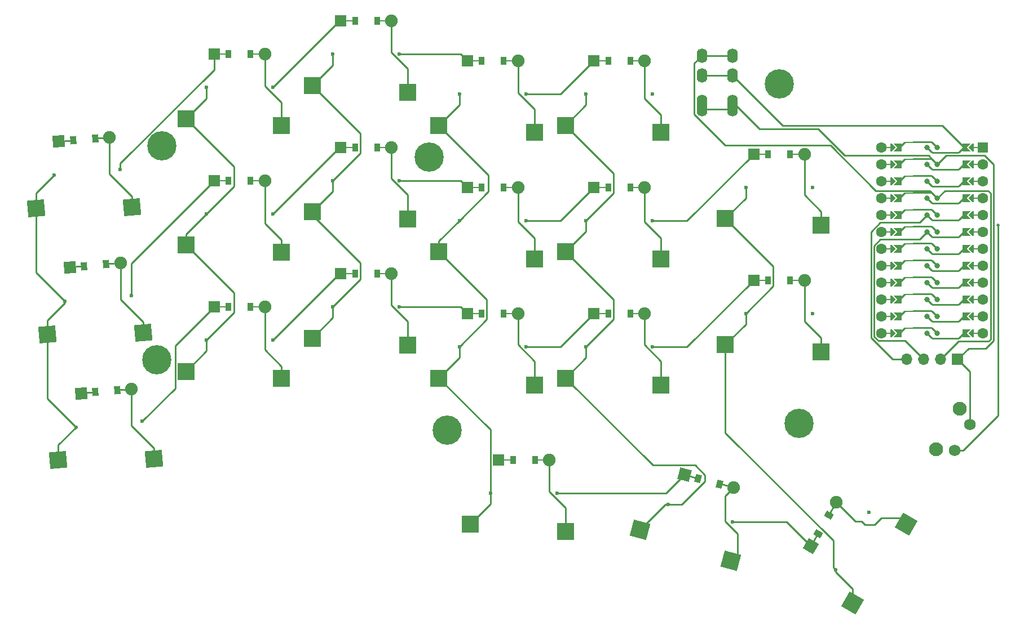
<source format=gbr>
%TF.GenerationSoftware,KiCad,Pcbnew,8.0.0*%
%TF.CreationDate,2024-03-23T03:27:30+01:00*%
%TF.ProjectId,cornish-v1.2,636f726e-6973-4682-9d76-312e322e6b69,v1.0.0*%
%TF.SameCoordinates,Original*%
%TF.FileFunction,Copper,L2,Bot*%
%TF.FilePolarity,Positive*%
%FSLAX46Y46*%
G04 Gerber Fmt 4.6, Leading zero omitted, Abs format (unit mm)*
G04 Created by KiCad (PCBNEW 8.0.0) date 2024-03-23 03:27:30*
%MOMM*%
%LPD*%
G01*
G04 APERTURE LIST*
G04 Aperture macros list*
%AMRotRect*
0 Rectangle, with rotation*
0 The origin of the aperture is its center*
0 $1 length*
0 $2 width*
0 $3 Rotation angle, in degrees counterclockwise*
0 Add horizontal line*
21,1,$1,$2,0,0,$3*%
%AMFreePoly0*
4,1,37,1.124386,0.122598,1.169446,0.103934,1.203934,0.069446,1.222598,0.024386,1.222598,-0.024386,1.203934,-0.069446,1.169446,-0.103934,1.124386,-0.122598,0.000000,-0.125000,-0.024386,-0.122598,-0.052633,-0.110896,-0.062500,-0.108253,-0.064962,-0.105790,-0.069446,-0.103934,-0.103934,-0.069446,-0.105790,-0.064962,-0.108253,-0.062500,-0.110896,-0.052633,-0.122598,-0.024386,-0.122598,-0.008964,
-0.125000,0.000000,-0.122598,0.008964,-0.122598,0.024386,-0.110896,0.052633,-0.108253,0.062500,-0.105790,0.064962,-0.103934,0.069446,-0.069446,0.103934,-0.064962,0.105790,-0.062500,0.108253,-0.052633,0.110896,-0.024386,0.122598,-0.008841,0.122630,0.000000,0.125000,0.008703,0.122668,1.100000,0.125000,1.124386,0.122598,1.124386,0.122598,$1*%
%AMFreePoly1*
4,1,5,0.125000,-0.500000,-0.125000,-0.500000,-0.125000,0.500000,0.125000,0.500000,0.125000,-0.500000,0.125000,-0.500000,$1*%
%AMFreePoly2*
4,1,6,0.600000,0.200000,0.000000,-0.400000,-0.600000,0.200000,-0.600000,0.400000,0.600000,0.400000,0.600000,0.200000,0.600000,0.200000,$1*%
%AMFreePoly3*
4,1,6,0.600000,-0.250000,-0.600000,-0.250000,-0.600000,1.000000,0.000000,0.400000,0.600000,1.000000,0.600000,-0.250000,0.600000,-0.250000,$1*%
%AMFreePoly4*
4,1,45,0.008964,0.122598,0.024387,0.122598,0.052641,0.110894,0.062500,0.108253,0.064961,0.105791,0.069447,0.103934,0.103934,0.069447,0.105791,0.064961,0.108253,0.062500,0.110894,0.052643,0.122598,0.024387,0.122598,0.008964,0.125000,0.000000,0.122598,-0.008964,0.122598,-0.024386,0.110896,-0.052633,0.108253,-0.062500,0.105790,-0.064962,0.103934,-0.069446,-0.643355,-0.819983,
-0.641028,-4.773351,0.088389,-5.499612,0.103934,-5.518554,0.122598,-5.563614,0.122598,-5.612387,0.103934,-5.657447,0.069447,-5.691934,0.024387,-5.710598,-0.024386,-5.710598,-0.069446,-5.691934,-0.854388,-4.910388,-0.869934,-4.891446,-0.888598,-4.846386,-0.891000,-0.766000,-0.888598,-0.741614,-0.869934,-0.696554,-0.088388,0.088389,-0.069446,0.103934,-0.064962,0.105790,-0.062500,0.108253,
-0.052633,0.110896,-0.024386,0.122598,-0.008964,0.122598,0.000000,0.125000,0.008964,0.122598,0.008964,0.122598,$1*%
G04 Aperture macros list end*
%TA.AperFunction,ComponentPad*%
%ADD10R,1.778000X1.778000*%
%TD*%
%TA.AperFunction,SMDPad,CuDef*%
%ADD11FreePoly0,0.000000*%
%TD*%
%TA.AperFunction,SMDPad,CuDef*%
%ADD12R,0.900000X1.200000*%
%TD*%
%TA.AperFunction,ComponentPad*%
%ADD13C,1.905000*%
%TD*%
%TA.AperFunction,ComponentPad*%
%ADD14C,0.600000*%
%TD*%
%TA.AperFunction,SMDPad,CuDef*%
%ADD15R,2.550000X2.500000*%
%TD*%
%TA.AperFunction,ComponentPad*%
%ADD16RotRect,1.778000X1.778000X345.000000*%
%TD*%
%TA.AperFunction,SMDPad,CuDef*%
%ADD17FreePoly0,345.000000*%
%TD*%
%TA.AperFunction,SMDPad,CuDef*%
%ADD18RotRect,0.900000X1.200000X345.000000*%
%TD*%
%TA.AperFunction,ComponentPad*%
%ADD19O,1.600000X2.200000*%
%TD*%
%TA.AperFunction,SMDPad,CuDef*%
%ADD20RotRect,2.550000X2.500000X5.000000*%
%TD*%
%TA.AperFunction,SMDPad,CuDef*%
%ADD21RotRect,2.550000X2.500000X345.000000*%
%TD*%
%TA.AperFunction,ComponentPad*%
%ADD22C,1.600000*%
%TD*%
%TA.AperFunction,ComponentPad*%
%ADD23R,1.600000X1.600000*%
%TD*%
%TA.AperFunction,SMDPad,CuDef*%
%ADD24FreePoly1,270.000000*%
%TD*%
%TA.AperFunction,SMDPad,CuDef*%
%ADD25FreePoly2,270.000000*%
%TD*%
%TA.AperFunction,SMDPad,CuDef*%
%ADD26FreePoly2,90.000000*%
%TD*%
%TA.AperFunction,SMDPad,CuDef*%
%ADD27FreePoly1,90.000000*%
%TD*%
%TA.AperFunction,SMDPad,CuDef*%
%ADD28FreePoly3,90.000000*%
%TD*%
%TA.AperFunction,SMDPad,CuDef*%
%ADD29FreePoly4,270.000000*%
%TD*%
%TA.AperFunction,ComponentPad*%
%ADD30C,0.800000*%
%TD*%
%TA.AperFunction,SMDPad,CuDef*%
%ADD31FreePoly4,90.000000*%
%TD*%
%TA.AperFunction,SMDPad,CuDef*%
%ADD32FreePoly3,270.000000*%
%TD*%
%TA.AperFunction,ComponentPad*%
%ADD33RotRect,1.778000X1.778000X5.000000*%
%TD*%
%TA.AperFunction,SMDPad,CuDef*%
%ADD34FreePoly0,5.000000*%
%TD*%
%TA.AperFunction,SMDPad,CuDef*%
%ADD35RotRect,0.900000X1.200000X5.000000*%
%TD*%
%TA.AperFunction,ComponentPad*%
%ADD36C,0.700000*%
%TD*%
%TA.AperFunction,ComponentPad*%
%ADD37C,4.400000*%
%TD*%
%TA.AperFunction,ComponentPad*%
%ADD38RotRect,1.778000X1.778000X60.000000*%
%TD*%
%TA.AperFunction,SMDPad,CuDef*%
%ADD39FreePoly0,60.000000*%
%TD*%
%TA.AperFunction,SMDPad,CuDef*%
%ADD40RotRect,0.900000X1.200000X60.000000*%
%TD*%
%TA.AperFunction,ComponentPad*%
%ADD41C,2.100000*%
%TD*%
%TA.AperFunction,ComponentPad*%
%ADD42C,1.750000*%
%TD*%
%TA.AperFunction,SMDPad,CuDef*%
%ADD43RotRect,2.550000X2.500000X60.000000*%
%TD*%
%TA.AperFunction,ComponentPad*%
%ADD44R,1.700000X1.700000*%
%TD*%
%TA.AperFunction,ComponentPad*%
%ADD45O,1.700000X1.700000*%
%TD*%
%TA.AperFunction,ViaPad*%
%ADD46C,0.500000*%
%TD*%
%TA.AperFunction,Conductor*%
%ADD47C,0.250000*%
%TD*%
G04 APERTURE END LIST*
D10*
%TO.P,D12,1*%
%TO.N,P21*%
X198806126Y-101251688D03*
D11*
X199616126Y-101251688D03*
D12*
X200966126Y-101251688D03*
%TO.P,D12,2*%
%TO.N,index_top*%
X204266126Y-101251688D03*
D11*
X204516126Y-101251688D03*
D13*
X206426126Y-101251688D03*
%TD*%
D14*
%TO.P,REF\u002A\u002A,1*%
%TO.N,P15*%
X216616126Y-106251688D03*
%TD*%
D15*
%TO.P,S5,1*%
%TO.N,P10*%
X156546127Y-128951688D03*
%TO.P,S5,2*%
%TO.N,ring_home*%
X170886127Y-130001688D03*
%TD*%
D10*
%TO.P,D20,1*%
%TO.N,P20*%
X241806127Y-115251688D03*
D11*
X242616127Y-115251688D03*
D12*
X243966127Y-115251688D03*
%TO.P,D20,2*%
%TO.N,media_two*%
X247266127Y-115251688D03*
D11*
X247516127Y-115251688D03*
D13*
X249426127Y-115251688D03*
%TD*%
D14*
%TO.P,REF\u002A\u002A,1*%
%TO.N,P20*%
X226616126Y-125251688D03*
%TD*%
D10*
%TO.P,D13,1*%
%TO.N,P19*%
X217806126Y-139251688D03*
D11*
X218616126Y-139251688D03*
D12*
X219966126Y-139251688D03*
%TO.P,D13,2*%
%TO.N,index2_bottom*%
X223266126Y-139251688D03*
D11*
X223516126Y-139251688D03*
D13*
X225426126Y-139251688D03*
%TD*%
D14*
%TO.P,REF\u002A\u002A,1*%
%TO.N,P20*%
X207616126Y-125251688D03*
%TD*%
D15*
%TO.P,S20,1*%
%TO.N,P18*%
X237546126Y-124951688D03*
%TO.P,S20,2*%
%TO.N,media_two*%
X251886126Y-126001688D03*
%TD*%
D10*
%TO.P,D9,1*%
%TO.N,P21*%
X179806126Y-95251688D03*
D11*
X180616126Y-95251688D03*
D12*
X181966126Y-95251688D03*
%TO.P,D9,2*%
%TO.N,middle_top*%
X185266126Y-95251688D03*
D11*
X185516126Y-95251688D03*
D13*
X187426126Y-95251688D03*
%TD*%
D14*
%TO.P,REF\u002A\u002A,1*%
%TO.N,P20*%
X250616126Y-120251688D03*
%TD*%
D10*
%TO.P,D6,1*%
%TO.N,P21*%
X160806126Y-100251688D03*
D11*
X161616126Y-100251688D03*
D12*
X162966126Y-100251688D03*
%TO.P,D6,2*%
%TO.N,ring_top*%
X166266126Y-100251688D03*
D11*
X166516126Y-100251688D03*
D13*
X168426126Y-100251688D03*
%TD*%
D10*
%TO.P,D7,1*%
%TO.N,P19*%
X179806126Y-133251688D03*
D11*
X180616126Y-133251688D03*
D12*
X181966126Y-133251688D03*
%TO.P,D7,2*%
%TO.N,middle_bottom*%
X185266126Y-133251688D03*
D11*
X185516126Y-133251688D03*
D13*
X187426126Y-133251688D03*
%TD*%
D14*
%TO.P,REF\u002A\u002A,1*%
%TO.N,P16*%
X178616127Y-138251688D03*
%TD*%
D16*
%TO.P,D17,1*%
%TO.N,P4*%
X231398632Y-163472435D03*
D17*
X232181032Y-163682080D03*
D18*
X233485030Y-164031485D03*
%TO.P,D17,2*%
%TO.N,layer_cluster*%
X236672588Y-164885589D03*
D17*
X236914067Y-164950293D03*
D13*
X238758986Y-165444639D03*
%TD*%
D14*
%TO.P,REF\u002A\u002A,1*%
%TO.N,P19*%
X188616126Y-138251688D03*
%TD*%
%TO.P,REF\u002A\u002A,1*%
%TO.N,P9*%
X138395740Y-137396495D03*
%TD*%
%TO.P,REF\u002A\u002A,1*%
%TO.N,P18*%
X254128009Y-177785275D03*
%TD*%
D19*
%TO.P,TRRS1,1*%
%TO.N,GND*%
X234016126Y-108551688D03*
X238616126Y-108551688D03*
%TO.P,TRRS1,2*%
X234016126Y-107451688D03*
X238616126Y-107451687D03*
%TO.P,TRRS1,3*%
%TO.N,P1*%
X234016126Y-103451688D03*
X238616126Y-103451688D03*
%TO.P,TRRS1,4*%
%TO.N,VCC*%
X234016126Y-100451688D03*
X238616126Y-100451688D03*
%TD*%
D10*
%TO.P,D4,1*%
%TO.N,P19*%
X160806126Y-138251688D03*
D11*
X161616126Y-138251688D03*
D12*
X162966126Y-138251688D03*
%TO.P,D4,2*%
%TO.N,ring_bottom*%
X166266126Y-138251688D03*
D11*
X166516126Y-138251688D03*
D13*
X168426126Y-138251688D03*
%TD*%
D14*
%TO.P,REF\u002A\u002A,1*%
%TO.N,P21*%
X188616126Y-100251688D03*
%TD*%
D20*
%TO.P,S1,1*%
%TO.N,P9*%
X137403014Y-161273877D03*
%TO.P,S1,2*%
%TO.N,pinky_bottom*%
X151779959Y-161070068D03*
%TD*%
D10*
%TO.P,D5,1*%
%TO.N,P20*%
X160806126Y-119251688D03*
D11*
X161616126Y-119251688D03*
D12*
X162966126Y-119251688D03*
%TO.P,D5,2*%
%TO.N,ring_home*%
X166266126Y-119251688D03*
D11*
X166516126Y-119251688D03*
D13*
X168426126Y-119251688D03*
%TD*%
D21*
%TO.P,S17,1*%
%TO.N,P15*%
X224773244Y-171739348D03*
%TO.P,S17,2*%
%TO.N,layer_cluster*%
X238352860Y-176465035D03*
%TD*%
D10*
%TO.P,D15,1*%
%TO.N,P21*%
X217806126Y-101251688D03*
D11*
X218616126Y-101251688D03*
D12*
X219966126Y-101251688D03*
%TO.P,D15,2*%
%TO.N,index2_top*%
X223266126Y-101251688D03*
D11*
X223516126Y-101251688D03*
D13*
X225426126Y-101251688D03*
%TD*%
D10*
%TO.P,D16,1*%
%TO.N,P4*%
X203506126Y-161251688D03*
D11*
X204316126Y-161251688D03*
D12*
X205666126Y-161251688D03*
%TO.P,D16,2*%
%TO.N,mod_cluster*%
X208966126Y-161251688D03*
D11*
X209216126Y-161251688D03*
D13*
X211126126Y-161251688D03*
%TD*%
D14*
%TO.P,REF\u002A\u002A,1*%
%TO.N,P4*%
X238614343Y-170582261D03*
%TD*%
D22*
%TO.P,_41,*%
%TO.N,*%
X276236125Y-114281688D03*
D23*
X276236125Y-114281688D03*
D24*
X274966126Y-114281688D03*
D25*
X274458126Y-114281688D03*
D26*
X262774126Y-114281688D03*
D27*
X262266126Y-114281688D03*
D22*
X260996126Y-114281688D03*
X276236126Y-116821688D03*
D24*
X274966126Y-116821688D03*
D25*
X274458126Y-116821688D03*
D26*
X262774126Y-116821688D03*
D27*
X262266126Y-116821688D03*
D22*
X260996126Y-116821688D03*
X276236126Y-119361688D03*
D24*
X274966126Y-119361688D03*
D25*
X274458126Y-119361688D03*
D26*
X262774126Y-119361688D03*
D27*
X262266126Y-119361688D03*
D22*
X260996126Y-119361688D03*
X260996126Y-121901687D03*
X276236126Y-121901688D03*
D25*
X274458126Y-121901688D03*
D26*
X262774126Y-121901688D03*
D27*
X262266127Y-121901688D03*
D24*
X274966126Y-121901689D03*
D22*
X276236126Y-124441688D03*
D24*
X274966126Y-124441688D03*
D25*
X274458126Y-124441688D03*
D26*
X262774125Y-124441688D03*
D27*
X262266126Y-124441688D03*
D22*
X260996126Y-124441688D03*
X276236126Y-126981688D03*
D24*
X274966126Y-126981688D03*
D25*
X274458126Y-126981688D03*
D26*
X262774126Y-126981688D03*
D27*
X262266126Y-126981688D03*
D22*
X260996126Y-126981688D03*
X276236126Y-129521688D03*
D24*
X274966126Y-129521688D03*
D25*
X274458126Y-129521688D03*
D26*
X262774126Y-129521688D03*
D27*
X262266126Y-129521688D03*
D22*
X260996126Y-129521688D03*
X276236126Y-132061688D03*
D24*
X274966126Y-132061688D03*
D25*
X274458127Y-132061688D03*
D26*
X262774126Y-132061688D03*
D27*
X262266126Y-132061688D03*
D22*
X260996126Y-132061688D03*
D27*
X262266126Y-134601687D03*
D24*
X274966125Y-134601688D03*
D25*
X274458126Y-134601688D03*
D26*
X262774126Y-134601688D03*
D22*
X260996126Y-134601688D03*
X276236126Y-134601689D03*
X276236126Y-137141688D03*
D24*
X274966126Y-137141688D03*
D25*
X274458126Y-137141688D03*
D26*
X262774126Y-137141688D03*
D27*
X262266126Y-137141688D03*
D22*
X260996126Y-137141688D03*
X276236126Y-139681688D03*
D24*
X274966126Y-139681688D03*
D25*
X274458126Y-139681688D03*
D26*
X262774126Y-139681688D03*
D27*
X262266126Y-139681688D03*
D22*
X260996126Y-139681688D03*
X276236126Y-142221688D03*
D24*
X274966126Y-142221688D03*
D25*
X274458126Y-142221688D03*
D26*
X262774126Y-142221688D03*
D27*
X262266126Y-142221688D03*
D22*
X260996127Y-142221688D03*
D28*
%TO.P,_41,1*%
%TO.N,RAW*%
X263790126Y-114281687D03*
D29*
X269378126Y-114281688D03*
D30*
X269378126Y-114281688D03*
D29*
%TO.P,_41,2*%
%TO.N,GND*%
X269378126Y-116821688D03*
D30*
X269378126Y-116821688D03*
D28*
X263790126Y-116821688D03*
D29*
%TO.P,_41,3*%
%TO.N,RST*%
X269378126Y-119361688D03*
D30*
X269378126Y-119361688D03*
D28*
X263790126Y-119361688D03*
%TO.P,_41,4*%
%TO.N,VCC*%
X263790126Y-121901688D03*
D29*
X269378126Y-121901689D03*
D30*
X269378126Y-121901689D03*
D29*
%TO.P,_41,5*%
%TO.N,P21*%
X269378126Y-124441688D03*
D30*
X269378126Y-124441688D03*
D28*
X263790126Y-124441688D03*
D29*
%TO.P,_41,6*%
%TO.N,P20*%
X269378126Y-126981688D03*
D30*
X269378126Y-126981688D03*
D28*
X263790126Y-126981688D03*
D29*
%TO.P,_41,7*%
%TO.N,P19*%
X269378126Y-129521688D03*
D30*
X269378126Y-129521688D03*
D28*
X263790126Y-129521688D03*
D29*
%TO.P,_41,8*%
%TO.N,P18*%
X269378126Y-132061688D03*
D30*
X269378126Y-132061688D03*
D28*
X263790126Y-132061688D03*
D29*
%TO.P,_41,9*%
%TO.N,P15*%
X269378127Y-134601688D03*
D30*
X269378127Y-134601688D03*
D28*
X263790126Y-134601688D03*
D29*
%TO.P,_41,10*%
%TO.N,P14*%
X269378126Y-137141688D03*
D30*
X269378126Y-137141688D03*
D28*
X263790126Y-137141688D03*
D29*
%TO.P,_41,11*%
%TO.N,P16*%
X269378126Y-139681688D03*
D30*
X269378126Y-139681688D03*
D28*
X263790126Y-139681688D03*
D29*
%TO.P,_41,12*%
%TO.N,P10*%
X269378126Y-142221688D03*
D30*
X269378126Y-142221688D03*
D28*
X263790126Y-142221688D03*
D31*
%TO.P,_41,13*%
%TO.N,P9*%
X267854126Y-142221688D03*
D30*
X267854126Y-142221688D03*
D32*
X273442126Y-142221689D03*
%TO.P,_41,14*%
%TO.N,P8*%
X273442126Y-139681688D03*
D31*
X267854126Y-139681688D03*
D30*
X267854126Y-139681688D03*
D32*
%TO.P,_41,15*%
%TO.N,P7*%
X273442126Y-137141688D03*
D31*
X267854126Y-137141688D03*
D30*
X267854126Y-137141688D03*
D31*
%TO.P,_41,16*%
%TO.N,P6*%
X267854126Y-134601687D03*
D30*
X267854126Y-134601687D03*
D32*
X273442126Y-134601688D03*
%TO.P,_41,17*%
%TO.N,P5*%
X273442126Y-132061688D03*
D31*
X267854126Y-132061688D03*
D30*
X267854126Y-132061688D03*
D32*
%TO.P,_41,18*%
%TO.N,P4*%
X273442126Y-129521688D03*
D31*
X267854126Y-129521688D03*
D30*
X267854126Y-129521688D03*
D32*
%TO.P,_41,19*%
%TO.N,P3*%
X273442126Y-126981688D03*
D31*
X267854126Y-126981688D03*
D30*
X267854126Y-126981688D03*
D32*
%TO.P,_41,20*%
%TO.N,P2*%
X273442126Y-124441688D03*
D31*
X267854126Y-124441688D03*
D30*
X267854126Y-124441688D03*
D32*
%TO.P,_41,21*%
%TO.N,GND*%
X273442126Y-121901688D03*
D31*
X267854125Y-121901688D03*
D30*
X267854125Y-121901688D03*
D32*
%TO.P,_41,22*%
X273442126Y-119361688D03*
D31*
X267854126Y-119361688D03*
D30*
X267854126Y-119361688D03*
D32*
%TO.P,_41,23*%
%TO.N,P0*%
X273442126Y-116821688D03*
D31*
X267854126Y-116821688D03*
D30*
X267854126Y-116821688D03*
D32*
%TO.P,_41,24*%
%TO.N,P1*%
X273442126Y-114281688D03*
D31*
X267854126Y-114281688D03*
D30*
X267854126Y-114281688D03*
%TD*%
D14*
%TO.P,REF\u002A\u002A,1*%
%TO.N,P10*%
X159616127Y-105251688D03*
%TD*%
D33*
%TO.P,D1,1*%
%TO.N,P19*%
X140801392Y-151239505D03*
D34*
X141608310Y-151168910D03*
D35*
X142953173Y-151051249D03*
%TO.P,D1,2*%
%TO.N,pinky_bottom*%
X146240615Y-150763635D03*
D34*
X146489664Y-150741846D03*
D13*
X148392396Y-150575379D03*
%TD*%
D14*
%TO.P,REF\u002A\u002A,1*%
%TO.N,P4*%
X212316126Y-166251688D03*
%TD*%
%TO.P,REF\u002A\u002A,1*%
%TO.N,P19*%
X150013647Y-155452636D03*
%TD*%
%TO.P,REF\u002A\u002A,1*%
%TO.N,P19*%
X169616126Y-143251688D03*
%TD*%
%TO.P,REF\u002A\u002A,1*%
%TO.N,P14*%
X202316126Y-166251688D03*
%TD*%
D10*
%TO.P,D10,1*%
%TO.N,P19*%
X198806126Y-139251688D03*
D11*
X199616126Y-139251688D03*
D12*
X200966126Y-139251688D03*
%TO.P,D10,2*%
%TO.N,index_bottom*%
X204266126Y-139251688D03*
D11*
X204516126Y-139251688D03*
D13*
X206426126Y-139251688D03*
%TD*%
D14*
%TO.P,REF\u002A\u002A,1*%
%TO.N,P14*%
X197616126Y-125251688D03*
%TD*%
%TO.P,REF\u002A\u002A,1*%
%TO.N,P21*%
X169616126Y-105251688D03*
%TD*%
%TO.P,REF\u002A\u002A,1*%
%TO.N,P15*%
X216616126Y-125251688D03*
%TD*%
D15*
%TO.P,S4,1*%
%TO.N,P10*%
X156546127Y-147951688D03*
%TO.P,S4,2*%
%TO.N,ring_bottom*%
X170886127Y-149001688D03*
%TD*%
D14*
%TO.P,REF\u002A\u002A,1*%
%TO.N,P10*%
X159616127Y-124251688D03*
%TD*%
%TO.P,REF\u002A\u002A,1*%
%TO.N,P18*%
X240616126Y-120251688D03*
%TD*%
D15*
%TO.P,S8,1*%
%TO.N,P16*%
X175546127Y-123951688D03*
%TO.P,S8,2*%
%TO.N,middle_home*%
X189886127Y-125001688D03*
%TD*%
D14*
%TO.P,REF\u002A\u002A,1*%
%TO.N,P9*%
X140051700Y-156324194D03*
%TD*%
%TO.P,REF\u002A\u002A,1*%
%TO.N,P19*%
X226616126Y-144251688D03*
%TD*%
D15*
%TO.P,S12,1*%
%TO.N,P14*%
X194546126Y-110951688D03*
%TO.P,S12,2*%
%TO.N,index_top*%
X208886126Y-112001688D03*
%TD*%
D36*
%TO.P,_46,*%
%TO.N,*%
X194166126Y-156751688D03*
X194649400Y-155584962D03*
X194649400Y-157918414D03*
X195816126Y-155101688D03*
D37*
X195816126Y-156751688D03*
D36*
X195816126Y-158401688D03*
X196982852Y-155584962D03*
X196982852Y-157918414D03*
X197466126Y-156751688D03*
%TD*%
%TO.P,_44,*%
%TO.N,*%
X150574108Y-146369224D03*
X151157229Y-147489390D03*
X150953856Y-145164817D03*
X152074022Y-144581696D03*
D37*
X152217829Y-146225417D03*
D36*
X152361636Y-147869138D03*
X153481802Y-147286017D03*
X153278429Y-144961444D03*
X153861550Y-146081610D03*
%TD*%
D10*
%TO.P,D11,1*%
%TO.N,P20*%
X198806126Y-120251688D03*
D11*
X199616126Y-120251688D03*
D12*
X200966126Y-120251688D03*
%TO.P,D11,2*%
%TO.N,index_home*%
X204266126Y-120251688D03*
D11*
X204516126Y-120251688D03*
D13*
X206426126Y-120251688D03*
%TD*%
D15*
%TO.P,S15,1*%
%TO.N,P15*%
X213546126Y-110951688D03*
%TO.P,S15,2*%
%TO.N,index2_top*%
X227886126Y-112001688D03*
%TD*%
D14*
%TO.P,REF\u002A\u002A,1*%
%TO.N,P19*%
X207616126Y-144251688D03*
%TD*%
D10*
%TO.P,D19,1*%
%TO.N,P19*%
X241806127Y-134251688D03*
D11*
X242616127Y-134251688D03*
D12*
X243966127Y-134251688D03*
%TO.P,D19,2*%
%TO.N,media_one*%
X247266127Y-134251688D03*
D11*
X247516127Y-134251688D03*
D13*
X249426127Y-134251688D03*
%TD*%
D15*
%TO.P,S13,1*%
%TO.N,P15*%
X213546126Y-148951688D03*
%TO.P,S13,2*%
%TO.N,index2_bottom*%
X227886126Y-150001688D03*
%TD*%
%TO.P,S19,1*%
%TO.N,P18*%
X237546126Y-143951688D03*
%TO.P,S19,2*%
%TO.N,media_one*%
X251886126Y-145001688D03*
%TD*%
D38*
%TO.P,D18,1*%
%TO.N,P4*%
X250392882Y-174254705D03*
D39*
X250797882Y-173553225D03*
D40*
X251472882Y-172384091D03*
%TO.P,D18,2*%
%TO.N,space_cluster*%
X253122882Y-169526207D03*
D39*
X253247882Y-169309701D03*
D13*
X254202882Y-167655593D03*
%TD*%
D36*
%TO.P,_47,*%
%TO.N,*%
X243966126Y-104751688D03*
X244449400Y-103584962D03*
X244449400Y-105918414D03*
X245616126Y-103101688D03*
D37*
X245616126Y-104751688D03*
D36*
X245616126Y-106401688D03*
X246782852Y-103584962D03*
X246782852Y-105918414D03*
X247266126Y-104751688D03*
%TD*%
D14*
%TO.P,REF\u002A\u002A,1*%
%TO.N,P21*%
X146701728Y-117597238D03*
%TD*%
D15*
%TO.P,S6,1*%
%TO.N,P10*%
X156546126Y-109951688D03*
%TO.P,S6,2*%
%TO.N,ring_top*%
X170886126Y-111001688D03*
%TD*%
%TO.P,S7,1*%
%TO.N,P16*%
X175546127Y-142951688D03*
%TO.P,S7,2*%
%TO.N,middle_bottom*%
X189886127Y-144001688D03*
%TD*%
%TO.P,S9,1*%
%TO.N,P16*%
X175546127Y-104951688D03*
%TO.P,S9,2*%
%TO.N,middle_top*%
X189886127Y-106001688D03*
%TD*%
D14*
%TO.P,REF\u002A\u002A,1*%
%TO.N,P20*%
X188616126Y-119251688D03*
%TD*%
%TO.P,REF\u002A\u002A,1*%
%TO.N,P19*%
X250616126Y-139251688D03*
%TD*%
%TO.P,REF\u002A\u002A,1*%
%TO.N,P4*%
X259128009Y-169125021D03*
%TD*%
%TO.P,REF\u002A\u002A,1*%
%TO.N,P15*%
X216616126Y-144251688D03*
%TD*%
D33*
%TO.P,D2,1*%
%TO.N,P20*%
X139145433Y-132311805D03*
D34*
X139952351Y-132241210D03*
D35*
X141297214Y-132123549D03*
%TO.P,D2,2*%
%TO.N,pinky_home*%
X144584656Y-131835935D03*
D34*
X144833705Y-131814146D03*
D13*
X146736437Y-131647679D03*
%TD*%
D10*
%TO.P,D14,1*%
%TO.N,P20*%
X217806126Y-120251688D03*
D11*
X218616126Y-120251688D03*
D12*
X219966126Y-120251688D03*
%TO.P,D14,2*%
%TO.N,index2_home*%
X223266126Y-120251688D03*
D11*
X223516126Y-120251688D03*
D13*
X225426126Y-120251688D03*
%TD*%
D14*
%TO.P,REF\u002A\u002A,1*%
%TO.N,P9*%
X136739781Y-118468796D03*
%TD*%
%TO.P,REF\u002A\u002A,1*%
%TO.N,P14*%
X197616126Y-144251688D03*
%TD*%
%TO.P,REF\u002A\u002A,1*%
%TO.N,P18*%
X240616126Y-139251688D03*
%TD*%
%TO.P,REF\u002A\u002A,1*%
%TO.N,P21*%
X226616126Y-106251688D03*
%TD*%
%TO.P,REF\u002A\u002A,1*%
%TO.N,P14*%
X197616126Y-106251688D03*
%TD*%
%TO.P,REF\u002A\u002A,1*%
%TO.N,P16*%
X178616127Y-119251688D03*
%TD*%
D36*
%TO.P,_48,*%
%TO.N,*%
X246966126Y-155751688D03*
X247449400Y-154584962D03*
X247449400Y-156918414D03*
X248616126Y-154101688D03*
D37*
X248616126Y-155751688D03*
D36*
X248616126Y-157401688D03*
X249782852Y-154584962D03*
X249782852Y-156918414D03*
X250266126Y-155751688D03*
%TD*%
D15*
%TO.P,S10,1*%
%TO.N,P14*%
X194546126Y-148951688D03*
%TO.P,S10,2*%
%TO.N,index_bottom*%
X208886126Y-150001688D03*
%TD*%
%TO.P,S16,1*%
%TO.N,P14*%
X199246126Y-170951688D03*
%TO.P,S16,2*%
%TO.N,mod_cluster*%
X213586126Y-172001688D03*
%TD*%
D41*
%TO.P,_42,*%
%TO.N,*%
X272725772Y-153593009D03*
X269220772Y-159663846D03*
D42*
%TO.P,_42,1*%
%TO.N,GND*%
X274257174Y-155920539D03*
%TO.P,_42,2*%
%TO.N,RST*%
X272007175Y-159817653D03*
%TD*%
D20*
%TO.P,S3,1*%
%TO.N,P9*%
X134091096Y-123418479D03*
%TO.P,S3,2*%
%TO.N,pinky_top*%
X148468041Y-123214670D03*
%TD*%
D14*
%TO.P,REF\u002A\u002A,1*%
%TO.N,P20*%
X148357688Y-136524937D03*
%TD*%
%TO.P,REF\u002A\u002A,1*%
%TO.N,P20*%
X169616126Y-124251688D03*
%TD*%
D20*
%TO.P,S2,1*%
%TO.N,P9*%
X135747055Y-142346179D03*
%TO.P,S2,2*%
%TO.N,pinky_home*%
X150124000Y-142142370D03*
%TD*%
D10*
%TO.P,D8,1*%
%TO.N,P20*%
X179806126Y-114251688D03*
D11*
X180616126Y-114251688D03*
D12*
X181966126Y-114251688D03*
%TO.P,D8,2*%
%TO.N,middle_home*%
X185266126Y-114251688D03*
D11*
X185516126Y-114251688D03*
D13*
X187426126Y-114251688D03*
%TD*%
D14*
%TO.P,REF\u002A\u002A,1*%
%TO.N,P10*%
X159616126Y-143251687D03*
%TD*%
D43*
%TO.P,S18,1*%
%TO.N,P18*%
X256663328Y-182793973D03*
%TO.P,S18,2*%
%TO.N,space_cluster*%
X264742655Y-170900169D03*
%TD*%
D33*
%TO.P,D3,1*%
%TO.N,P21*%
X137489474Y-113384107D03*
D34*
X138296392Y-113313512D03*
D35*
X139641255Y-113195851D03*
%TO.P,D3,2*%
%TO.N,pinky_top*%
X142928697Y-112908237D03*
D34*
X143177746Y-112886448D03*
D13*
X145080478Y-112719981D03*
%TD*%
D36*
%TO.P,_45,*%
%TO.N,*%
X191466127Y-115751688D03*
X191949401Y-114584962D03*
X191949401Y-116918414D03*
X193116127Y-114101688D03*
D37*
X193116127Y-115751688D03*
D36*
X193116127Y-117401688D03*
X194282853Y-114584962D03*
X194282853Y-116918414D03*
X194766127Y-115751688D03*
%TD*%
D15*
%TO.P,S14,1*%
%TO.N,P15*%
X213546126Y-129951688D03*
%TO.P,S14,2*%
%TO.N,index2_home*%
X227886126Y-131001688D03*
%TD*%
D36*
%TO.P,_43,*%
%TO.N,*%
X151271806Y-114185948D03*
X151854927Y-115306114D03*
X151651554Y-112981541D03*
X152771720Y-112398420D03*
D37*
X152915527Y-114042141D03*
D36*
X153059334Y-115685862D03*
X154179500Y-115102741D03*
X153976127Y-112778168D03*
X154559248Y-113898334D03*
%TD*%
D15*
%TO.P,S11,1*%
%TO.N,P14*%
X194546126Y-129951688D03*
%TO.P,S11,2*%
%TO.N,index_home*%
X208886126Y-131001688D03*
%TD*%
D14*
%TO.P,REF\u002A\u002A,1*%
%TO.N,P21*%
X207616126Y-106251688D03*
%TD*%
%TO.P,REF\u002A\u002A,1*%
%TO.N,P15*%
X228955085Y-167994071D03*
%TD*%
D44*
%TO.P,OLED1,1*%
%TO.N,GND*%
X272416127Y-146151688D03*
D45*
%TO.P,OLED1,2*%
%TO.N,VCC*%
X269876126Y-146151688D03*
%TO.P,OLED1,3*%
%TO.N,P3*%
X267336126Y-146151688D03*
%TO.P,OLED1,4*%
%TO.N,P2*%
X264796126Y-146151688D03*
%TD*%
D14*
%TO.P,REF\u002A\u002A,1*%
%TO.N,P16*%
X178616127Y-100251688D03*
%TD*%
D46*
%TO.N,RST*%
X278500000Y-125975000D03*
%TD*%
D47*
%TO.N,P18*%
X254128009Y-177785275D02*
X254128009Y-178128009D01*
X254128009Y-178128009D02*
X256663328Y-180663328D01*
X256663328Y-180663328D02*
X256663328Y-182793973D01*
%TO.N,RST*%
X272007175Y-159817653D02*
X273244611Y-159817653D01*
X273244611Y-159817653D02*
X278500000Y-154562264D01*
X278500000Y-154562264D02*
X278500000Y-126000000D01*
X278500000Y-125975000D02*
X278611396Y-125975000D01*
%TO.N,P2*%
X264796126Y-146151688D02*
X262698740Y-146151688D01*
X260820135Y-125566688D02*
X266729126Y-125566688D01*
X262698740Y-146151688D02*
X259421127Y-142874075D01*
X259421127Y-142874075D02*
X259421127Y-126965696D01*
X259421127Y-126965696D02*
X260820135Y-125566688D01*
X266729126Y-125566688D02*
X267854126Y-124441688D01*
%TO.N,P3*%
X267336126Y-146151688D02*
X264531126Y-143346688D01*
X264531126Y-143346688D02*
X260530136Y-143346688D01*
X260530136Y-143346688D02*
X259871127Y-142687679D01*
X259871126Y-129055697D02*
X260820135Y-128106688D01*
X266729126Y-128106688D02*
X267854126Y-126981688D01*
X259871127Y-142687679D02*
X259871126Y-129055697D01*
X260820135Y-128106688D02*
X266729126Y-128106688D01*
%TO.N,GND*%
X272416127Y-146151688D02*
X274067815Y-144500000D01*
X274067815Y-144500000D02*
X276636396Y-144500000D01*
X276636396Y-144500000D02*
X277811126Y-143325270D01*
X277811126Y-116805697D02*
X276508117Y-115502688D01*
X277811126Y-143325270D02*
X277811126Y-116805697D01*
X276508117Y-115502688D02*
X270697126Y-115502688D01*
X270697126Y-115502688D02*
X269378126Y-116821688D01*
%TO.N,VCC*%
X269876126Y-146151688D02*
X272585126Y-143442688D01*
X276992117Y-120776688D02*
X270503127Y-120776688D01*
X272585126Y-143442688D02*
X277057312Y-143442688D01*
X277057312Y-143442688D02*
X277361126Y-143138874D01*
X277361126Y-121145697D02*
X276992117Y-120776688D01*
X277361126Y-143138874D02*
X277361126Y-121145697D01*
X270503127Y-120776688D02*
X269378126Y-121901689D01*
%TO.N,GND*%
X274257174Y-155920539D02*
X274257174Y-147992735D01*
X274257174Y-147992735D02*
X272416127Y-146151688D01*
X234016126Y-108551688D02*
X238616126Y-108551688D01*
%TO.N,P1*%
X238616126Y-103451688D02*
X234016126Y-103451688D01*
%TO.N,VCC*%
X234016126Y-100451688D02*
X238616126Y-100451688D01*
X234016126Y-100451688D02*
X232891126Y-101576688D01*
X232891126Y-101576688D02*
X232891126Y-109317678D01*
X232891126Y-109317678D02*
X237547636Y-113974188D01*
X237547636Y-113974188D02*
X253337792Y-113974188D01*
X253337792Y-113974188D02*
X260140291Y-120776687D01*
X260140291Y-120776687D02*
X268253124Y-120776687D01*
X268253124Y-120776687D02*
X269378126Y-121901689D01*
%TO.N,GND*%
X242664439Y-111500000D02*
X251500000Y-111500000D01*
X238616126Y-107451687D02*
X242664439Y-111500000D01*
X251500000Y-111500000D02*
X255502688Y-115502688D01*
X255502688Y-115502688D02*
X268059126Y-115502688D01*
X268059126Y-115502688D02*
X269378126Y-116821688D01*
%TO.N,P1*%
X238616126Y-103451688D02*
X246164438Y-111000000D01*
X246164438Y-111000000D02*
X270160438Y-111000000D01*
X270160438Y-111000000D02*
X273442126Y-114281688D01*
%TO.N,space_cluster*%
X258500000Y-171000000D02*
X258000000Y-170500000D01*
X260000000Y-171000000D02*
X258500000Y-171000000D01*
X264742655Y-170900169D02*
X263827591Y-169985105D01*
X263827591Y-169985105D02*
X261014895Y-169985105D01*
X261014895Y-169985105D02*
X260000000Y-171000000D01*
X258000000Y-170500000D02*
X257047289Y-170500000D01*
X257047289Y-170500000D02*
X254202882Y-167655593D01*
%TO.N,P18*%
X237546126Y-143951688D02*
X237546126Y-157163389D01*
X237546126Y-157163389D02*
X253784109Y-173401372D01*
X253784109Y-173401372D02*
X253784109Y-177441375D01*
X253784109Y-177441375D02*
X254128009Y-177785275D01*
%TO.N,media_one*%
X251886126Y-145001688D02*
X251891126Y-144996688D01*
X251891126Y-144996688D02*
X251891126Y-142891126D01*
X251891126Y-142891126D02*
X249426127Y-140426127D01*
X249426127Y-140426127D02*
X249426127Y-134251688D01*
%TO.N,P18*%
X240616126Y-139251688D02*
X240616126Y-140881688D01*
X240616126Y-140881688D02*
X237546126Y-143951688D01*
X237546126Y-124951688D02*
X244741127Y-132146689D01*
X244741127Y-132146689D02*
X244741127Y-135126687D01*
X244741127Y-135126687D02*
X240616126Y-139251688D01*
X240616126Y-120251688D02*
X240616126Y-121881688D01*
X240616126Y-121881688D02*
X237546126Y-124951688D01*
%TO.N,media_two*%
X251886126Y-126001688D02*
X251891126Y-125996688D01*
X251891126Y-125996688D02*
X251891126Y-123891126D01*
X251891126Y-123891126D02*
X249426127Y-121426127D01*
X249426127Y-121426127D02*
X249426127Y-115251688D01*
%TO.N,index2_top*%
X227886126Y-112001688D02*
X227891126Y-111996688D01*
X227891126Y-111996688D02*
X227891126Y-109391126D01*
X227891126Y-109391126D02*
X225426126Y-106926126D01*
X225426126Y-106926126D02*
X225426126Y-101251688D01*
%TO.N,index2_home*%
X227886126Y-131001688D02*
X227891126Y-130996688D01*
X227891126Y-130996688D02*
X227891126Y-127891126D01*
X227891126Y-127891126D02*
X225426126Y-125426126D01*
X225426126Y-125426126D02*
X225426126Y-120251688D01*
%TO.N,index2_bottom*%
X227886126Y-150001688D02*
X227891126Y-149996688D01*
X227891126Y-146410572D02*
X225426126Y-143945572D01*
X227891126Y-149996688D02*
X227891126Y-146410572D01*
X225426126Y-143945572D02*
X225426126Y-139251688D01*
%TO.N,layer_cluster*%
X238352860Y-176465035D02*
X239373481Y-175444414D01*
X239373481Y-175444414D02*
X239373481Y-172373481D01*
X237500000Y-170500000D02*
X237500000Y-166703625D01*
X239373481Y-172373481D02*
X237500000Y-170500000D01*
X237500000Y-166703625D02*
X238758986Y-165444639D01*
%TO.N,P15*%
X228955085Y-167994071D02*
X228518521Y-167994071D01*
X228518521Y-167994071D02*
X224773244Y-171739348D01*
X213546126Y-148951688D02*
X226653075Y-162058637D01*
X234500000Y-163533789D02*
X234500000Y-164500000D01*
X226653075Y-162058637D02*
X233024848Y-162058637D01*
X233024848Y-162058637D02*
X234500000Y-163533789D01*
X234500000Y-164500000D02*
X231005929Y-167994071D01*
X231005929Y-167994071D02*
X228955085Y-167994071D01*
X216616126Y-144251688D02*
X216616126Y-145881688D01*
X216616126Y-145881688D02*
X213546126Y-148951688D01*
X213546126Y-129951688D02*
X220741126Y-137146688D01*
X220741126Y-137146688D02*
X220741126Y-140126688D01*
X220741126Y-140126688D02*
X216616126Y-144251688D01*
X216616126Y-125251688D02*
X216616126Y-126881688D01*
X216616126Y-126881688D02*
X213546126Y-129951688D01*
X213546126Y-110951688D02*
X220741126Y-118146688D01*
X220741126Y-118146688D02*
X220741126Y-121126688D01*
X220741126Y-121126688D02*
X216616126Y-125251688D01*
X216616126Y-106251688D02*
X216616126Y-107881688D01*
X216616126Y-107881688D02*
X213546126Y-110951688D01*
%TO.N,index_top*%
X208886126Y-112001688D02*
X208891126Y-111996688D01*
X208891126Y-111996688D02*
X208891126Y-108504806D01*
X208891126Y-108504806D02*
X206426126Y-106039806D01*
X206426126Y-106039806D02*
X206426126Y-101251688D01*
%TO.N,index_home*%
X208886126Y-131001688D02*
X208891126Y-130996688D01*
X208891126Y-130996688D02*
X208891126Y-127891126D01*
X208891126Y-127891126D02*
X206426126Y-125426126D01*
X206426126Y-125426126D02*
X206426126Y-120251688D01*
%TO.N,index_bottom*%
X208886126Y-150001688D02*
X208891126Y-149996688D01*
X206426126Y-143945572D02*
X206426126Y-139251688D01*
X208891126Y-149996688D02*
X208891126Y-146410572D01*
X208891126Y-146410572D02*
X206426126Y-143945572D01*
%TO.N,mod_cluster*%
X213586126Y-172001688D02*
X213591126Y-171996688D01*
X213591126Y-171996688D02*
X213591126Y-168504806D01*
X211126126Y-166039806D02*
X211126126Y-161251688D01*
X213591126Y-168504806D02*
X211126126Y-166039806D01*
%TO.N,P14*%
X202316126Y-166251688D02*
X202316126Y-167881688D01*
X202316126Y-167881688D02*
X199246126Y-170951688D01*
X194546126Y-148951688D02*
X202292126Y-156697688D01*
X202292126Y-156697688D02*
X202292126Y-166227688D01*
X202292126Y-166227688D02*
X202316126Y-166251688D01*
X197616126Y-144251688D02*
X197616126Y-145881688D01*
X197616126Y-145881688D02*
X194546126Y-148951688D01*
X194546126Y-129951688D02*
X201741126Y-137146688D01*
X201741126Y-137146688D02*
X201741126Y-140126688D01*
X201741126Y-140126688D02*
X197616126Y-144251688D01*
X197616126Y-125251688D02*
X194546126Y-128321688D01*
X194546126Y-128321688D02*
X194546126Y-129951688D01*
X194546126Y-110951688D02*
X202000000Y-118405562D01*
X202000000Y-118405562D02*
X202000000Y-120867814D01*
X202000000Y-120867814D02*
X197616126Y-125251688D01*
X197616126Y-106251688D02*
X197616126Y-107881688D01*
X197616126Y-107881688D02*
X194546126Y-110951688D01*
%TO.N,middle_bottom*%
X189886127Y-144001688D02*
X189891127Y-143996688D01*
X187426126Y-137945572D02*
X187426126Y-133251688D01*
X189891127Y-143996688D02*
X189891127Y-140410573D01*
X189891127Y-140410573D02*
X187426126Y-137945572D01*
%TO.N,middle_home*%
X189886127Y-125001688D02*
X189891127Y-124996688D01*
X189891127Y-124996688D02*
X189891127Y-121410573D01*
X189891127Y-121410573D02*
X187426126Y-118945572D01*
X187426126Y-118945572D02*
X187426126Y-114251688D01*
%TO.N,middle_top*%
X189886127Y-106001688D02*
X189891127Y-105996688D01*
X189891127Y-105996688D02*
X189891127Y-102410573D01*
X189891127Y-102410573D02*
X187426126Y-99945572D01*
X187426126Y-99945572D02*
X187426126Y-95251688D01*
%TO.N,P16*%
X178616127Y-138251688D02*
X178616127Y-139881688D01*
X178616127Y-139881688D02*
X175546127Y-142951688D01*
X175546127Y-123951688D02*
X175546127Y-124453873D01*
X175546127Y-124453873D02*
X182741126Y-131648872D01*
X182741126Y-131648872D02*
X182741126Y-134126689D01*
X182741126Y-134126689D02*
X178616127Y-138251688D01*
X178616127Y-119251688D02*
X178616127Y-120881688D01*
X178616127Y-120881688D02*
X175546127Y-123951688D01*
X175546127Y-104951688D02*
X182741126Y-112146687D01*
X182741126Y-112146687D02*
X182741126Y-115126689D01*
X182741126Y-115126689D02*
X178616127Y-119251688D01*
X178616127Y-100251688D02*
X178616127Y-101881688D01*
X178616127Y-101881688D02*
X175546127Y-104951688D01*
%TO.N,ring_top*%
X170886126Y-111001688D02*
X170891126Y-110996688D01*
X170891126Y-110996688D02*
X170891126Y-107504806D01*
X170891126Y-107504806D02*
X168426126Y-105039806D01*
X168426126Y-105039806D02*
X168426126Y-100251688D01*
%TO.N,ring_home*%
X168426126Y-119251688D02*
X168426126Y-125710037D01*
X170891127Y-128175038D02*
X170891127Y-129996688D01*
X168426126Y-125710037D02*
X170891127Y-128175038D01*
X170891127Y-129996688D02*
X170886127Y-130001688D01*
%TO.N,ring_bottom*%
X168426126Y-138251688D02*
X168426126Y-144710037D01*
X170891127Y-147175038D02*
X170891127Y-148996688D01*
X168426126Y-144710037D02*
X170891127Y-147175038D01*
X170891127Y-148996688D02*
X170886127Y-149001688D01*
%TO.N,P10*%
X159616126Y-143251687D02*
X159616126Y-144881689D01*
X159616126Y-144881689D02*
X156546127Y-147951688D01*
X156546127Y-128951688D02*
X163741126Y-136146687D01*
X163741126Y-139126687D02*
X159616126Y-143251687D01*
X163741126Y-136146687D02*
X163741126Y-139126687D01*
X159616127Y-124251688D02*
X156546127Y-127321688D01*
X156546127Y-127321688D02*
X156546127Y-128951688D01*
X156546126Y-109951688D02*
X163741126Y-117146688D01*
X163741126Y-117146688D02*
X163741126Y-120126689D01*
X163741126Y-120126689D02*
X159616127Y-124251688D01*
X159616127Y-105251688D02*
X159616127Y-106881687D01*
X159616127Y-106881687D02*
X156546126Y-109951688D01*
%TO.N,pinky_top*%
X145080478Y-112719981D02*
X145080478Y-118246831D01*
X145080478Y-118246831D02*
X148468041Y-121634394D01*
X148468041Y-121634394D02*
X148468041Y-123214670D01*
%TO.N,pinky_home*%
X146736437Y-131647679D02*
X146736437Y-137174531D01*
X146736437Y-137174531D02*
X150124000Y-140562094D01*
X150124000Y-140562094D02*
X150124000Y-142142370D01*
%TO.N,pinky_bottom*%
X148392396Y-150575379D02*
X148392396Y-156102229D01*
X148392396Y-156102229D02*
X151779959Y-159489792D01*
X151779959Y-159489792D02*
X151779959Y-161070068D01*
%TO.N,P9*%
X140051700Y-156324194D02*
X137403014Y-158972880D01*
X137403014Y-158972880D02*
X137403014Y-161273877D01*
X135747055Y-142346179D02*
X135747055Y-152019549D01*
X135747055Y-152019549D02*
X140051700Y-156324194D01*
X138395740Y-137396495D02*
X138395740Y-137604260D01*
X138395740Y-137604260D02*
X135747055Y-140252945D01*
X135747055Y-140252945D02*
X135747055Y-142346179D01*
X134091096Y-123418479D02*
X134091096Y-133091851D01*
X134091096Y-133091851D02*
X138395740Y-137396495D01*
X136739781Y-118468796D02*
X134091096Y-121117481D01*
X134091096Y-121117481D02*
X134091096Y-123418479D01*
%TO.N,P4*%
X238614343Y-170582261D02*
X246720438Y-170582261D01*
X246720438Y-170582261D02*
X250392882Y-174254705D01*
X212316126Y-166251688D02*
X228619379Y-166251688D01*
X228619379Y-166251688D02*
X231398632Y-163472435D01*
%TO.N,P21*%
X207616126Y-106251688D02*
X212806126Y-106251688D01*
X212806126Y-106251688D02*
X217806126Y-101251688D01*
X188616126Y-100251688D02*
X197806126Y-100251688D01*
X197806126Y-100251688D02*
X198806126Y-101251688D01*
X169616126Y-105251688D02*
X179616126Y-95251688D01*
X179616126Y-95251688D02*
X179806126Y-95251688D01*
X146701728Y-117597238D02*
X146701728Y-116685050D01*
X146701728Y-116685050D02*
X160806126Y-102580652D01*
X160806126Y-102580652D02*
X160806126Y-100251688D01*
%TO.N,P20*%
X226616126Y-125251688D02*
X231806127Y-125251688D01*
X231806127Y-125251688D02*
X241806127Y-115251688D01*
X207616126Y-125251688D02*
X212806126Y-125251688D01*
X212806126Y-125251688D02*
X217806126Y-120251688D01*
X188616126Y-119251688D02*
X197806126Y-119251688D01*
X197806126Y-119251688D02*
X198806126Y-120251688D01*
X169616126Y-124251688D02*
X179616126Y-114251688D01*
X179616126Y-114251688D02*
X179806126Y-114251688D01*
X148357688Y-136524937D02*
X148357688Y-131700126D01*
X148357688Y-131700126D02*
X160806126Y-119251688D01*
%TO.N,P19*%
X226616126Y-144251688D02*
X231806127Y-144251688D01*
X231806127Y-144251688D02*
X241806127Y-134251688D01*
X207616126Y-144251688D02*
X212806126Y-144251688D01*
X212806126Y-144251688D02*
X217806126Y-139251688D01*
X188616126Y-138251688D02*
X197806126Y-138251688D01*
X197806126Y-138251688D02*
X198806126Y-139251688D01*
X169616126Y-143251688D02*
X179616126Y-133251688D01*
X179616126Y-133251688D02*
X179806126Y-133251688D01*
X150013647Y-155452636D02*
X154946127Y-150520156D01*
X154946127Y-150520156D02*
X154946127Y-144111687D01*
X154946127Y-144111687D02*
X160806126Y-138251688D01*
%TD*%
M02*

</source>
